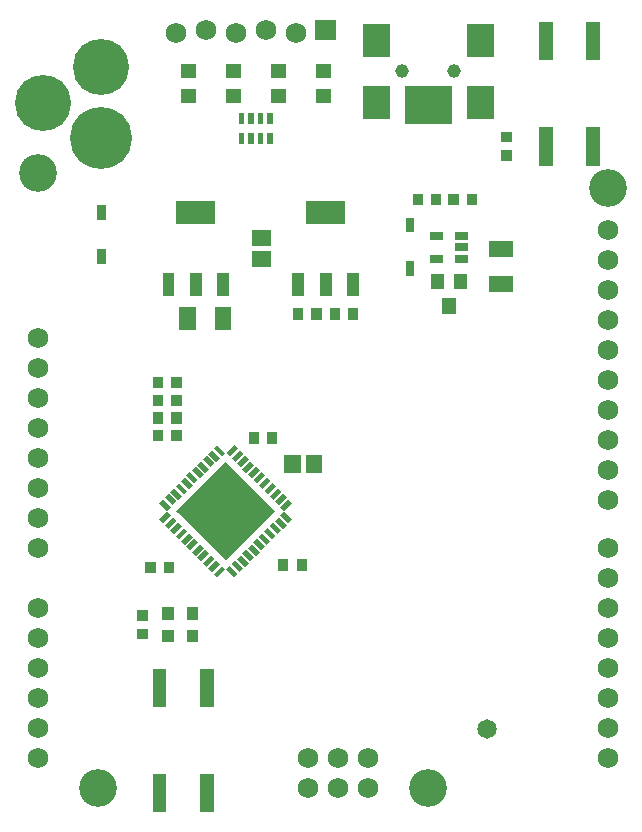
<source format=gbr>
G04 start of page 7 for group -4063 idx -4063 *
G04 Title: (unknown), componentmask *
G04 Creator: pcb 1.99z *
G04 CreationDate: Tue Apr 19 20:08:46 2016 UTC *
G04 For: matt *
G04 Format: Gerber/RS-274X *
G04 PCB-Dimensions (mil): 2500.00 3000.00 *
G04 PCB-Coordinate-Origin: lower left *
%MOIN*%
%FSLAX25Y25*%
%LNTOPMASK*%
%ADD77C,0.1261*%
%ADD76C,0.1261*%
%ADD75C,0.0001*%
%ADD74C,0.0454*%
%ADD73C,0.0650*%
%ADD72C,0.2068*%
%ADD71C,0.1871*%
%ADD70C,0.0690*%
G54D70*X30000Y80000D03*
Y70000D03*
Y60000D03*
Y50000D03*
Y40000D03*
Y30000D03*
Y170000D03*
G54D71*X31709Y248492D03*
X51000Y260500D03*
G54D72*Y236878D03*
G54D70*X30000Y160000D03*
Y150000D03*
Y140000D03*
Y130000D03*
Y120000D03*
Y110000D03*
Y100000D03*
X140000Y30000D03*
Y20000D03*
X130000Y30000D03*
Y20000D03*
X120000D03*
Y30000D03*
G54D73*X179740Y39886D03*
G54D70*X220000Y30000D03*
Y40000D03*
Y50000D03*
Y60000D03*
Y70000D03*
Y80000D03*
Y90000D03*
G54D74*X151339Y259311D03*
X168661D03*
G54D75*G36*
X122338Y276284D02*Y269385D01*
X129237D01*
Y276284D01*
X122338D01*
G37*
G54D70*X115787Y271835D03*
X105787Y272835D03*
X95787Y271835D03*
X85787Y272835D03*
X75787Y271835D03*
X220000Y100000D03*
Y116000D03*
Y126000D03*
Y136000D03*
Y146000D03*
Y156000D03*
Y166000D03*
Y176000D03*
Y186000D03*
Y196000D03*
Y206000D03*
G54D76*X160000Y20000D03*
X50000D03*
X220000Y220000D03*
G54D77*X30000Y225000D03*
G54D75*G36*
X181859Y254202D02*X172785D01*
Y243160D01*
X181859D01*
Y254202D01*
G37*
G36*
X164715Y241388D02*X167884Y241388D01*
X167884Y254203D01*
X164715Y254203D01*
X164715Y241388D01*
G37*
G36*
X164734Y254203D02*X161565D01*
Y241388D01*
X164734D01*
Y254203D01*
G37*
G36*
X181859Y274872D02*X172785D01*
Y263830D01*
X181859D01*
Y274872D01*
G37*
G36*
X217225Y275492D02*X212697D01*
Y262697D01*
X217225D01*
Y275492D01*
G37*
G36*
Y240453D02*X212697D01*
Y227657D01*
X217225D01*
Y240453D01*
G37*
G36*
X201477Y275492D02*X196949D01*
Y262697D01*
X201477D01*
Y275492D01*
G37*
G36*
Y240453D02*X196949D01*
Y227657D01*
X201477D01*
Y240453D01*
G37*
G36*
X184360Y232707D02*Y229301D01*
X188081D01*
Y232707D01*
X184360D01*
G37*
G36*
Y238809D02*Y235404D01*
X188081D01*
Y238809D01*
X184360D01*
G37*
G36*
X180354Y190847D02*Y185414D01*
X188150D01*
Y190847D01*
X180354D01*
G37*
G36*
Y202657D02*Y197224D01*
X188150D01*
Y202657D01*
X180354D01*
G37*
G36*
X160695Y205572D02*Y202972D01*
X164895D01*
Y205572D01*
X160695D01*
G37*
G36*
Y197772D02*Y195172D01*
X164895D01*
Y197772D01*
X160695D01*
G37*
G36*
X168895D02*Y195172D01*
X173095D01*
Y197772D01*
X168895D01*
G37*
G36*
Y201672D02*Y199072D01*
X173095D01*
Y201672D01*
X168895D01*
G37*
G36*
Y205572D02*Y202972D01*
X173095D01*
Y205572D01*
X168895D01*
G37*
G36*
X173080Y191598D02*X168578D01*
Y186495D01*
X173080D01*
Y191598D01*
G37*
G36*
X165280D02*X160778D01*
Y186495D01*
X165280D01*
Y191598D01*
G37*
G36*
X155413Y195709D02*X152461D01*
Y190787D01*
X155413D01*
Y195709D01*
G37*
G36*
Y210276D02*X152461D01*
Y205354D01*
X155413D01*
Y210276D01*
G37*
G36*
X169180Y183398D02*X164678D01*
Y178295D01*
X169180D01*
Y183398D01*
G37*
G36*
X164400Y218199D02*X160994D01*
Y214478D01*
X164400D01*
Y218199D01*
G37*
G36*
X158297D02*X154892D01*
Y214478D01*
X158297D01*
Y218199D01*
G37*
G36*
X176211D02*X172805D01*
Y214478D01*
X176211D01*
Y218199D01*
G37*
G36*
X170108D02*X166703D01*
Y214478D01*
X170108D01*
Y218199D01*
G37*
G36*
X75099Y80414D02*X71358D01*
Y76279D01*
X75099D01*
Y80414D01*
G37*
G36*
Y72933D02*X71358D01*
Y68799D01*
X75099D01*
Y72933D01*
G37*
G36*
X62904Y73258D02*Y69852D01*
X66624D01*
Y73258D01*
X62904D01*
G37*
G36*
Y79360D02*Y75955D01*
X66624D01*
Y79360D01*
X62904D01*
G37*
G36*
X83366Y80414D02*X79626D01*
Y76279D01*
X83366D01*
Y80414D01*
G37*
G36*
Y72933D02*X79626D01*
Y68799D01*
X83366D01*
Y72933D01*
G37*
G36*
X95702Y96080D02*X94445Y94823D01*
X97093Y92173D01*
X98351Y93431D01*
X95702Y96080D01*
G37*
G36*
X93892Y94270D02*X92635Y93013D01*
X95284Y90364D01*
X96541Y91621D01*
X93892Y94270D01*
G37*
G36*
X86649Y93431D02*X87907Y92173D01*
X90555Y94823D01*
X89298Y96080D01*
X86649Y93431D01*
G37*
G36*
X88459Y91621D02*X89716Y90364D01*
X92365Y93013D01*
X91108Y94270D01*
X88459Y91621D01*
G37*
G36*
X119518Y96348D02*X116112D01*
Y92628D01*
X119518D01*
Y96348D01*
G37*
G36*
X113415D02*X110010D01*
Y92628D01*
X113415D01*
Y96348D01*
G37*
G36*
X72736Y24902D02*X68208D01*
Y12106D01*
X72736D01*
Y24902D01*
G37*
G36*
Y59941D02*X68208D01*
Y47145D01*
X72736D01*
Y59941D01*
G37*
G36*
X88484Y24902D02*X83956D01*
Y12106D01*
X88484D01*
Y24902D01*
G37*
G36*
Y59941D02*X83956D01*
Y47145D01*
X88484D01*
Y59941D01*
G37*
G36*
X69124Y95561D02*X65718D01*
Y91841D01*
X69124D01*
Y95561D01*
G37*
G36*
X75226D02*X71821D01*
Y91841D01*
X75226D01*
Y95561D01*
G37*
G36*
X124567Y131279D02*X119134D01*
Y125060D01*
X124567D01*
Y131279D01*
G37*
G36*
X117481D02*X112048D01*
Y125060D01*
X117481D01*
Y131279D01*
G37*
G36*
X77785Y157175D02*X74380D01*
Y153455D01*
X77785D01*
Y157175D01*
G37*
G36*
X71683D02*X68278D01*
Y153455D01*
X71683D01*
Y157175D01*
G37*
G36*
Y151270D02*X68278D01*
Y147549D01*
X71683D01*
Y151270D01*
G37*
G36*
X77785D02*X74380D01*
Y147549D01*
X77785D01*
Y151270D01*
G37*
G36*
X71683Y145364D02*X68278D01*
Y141644D01*
X71683D01*
Y145364D01*
G37*
G36*
X77785D02*X74380D01*
Y141644D01*
X77785D01*
Y145364D01*
G37*
G36*
Y139459D02*X74380D01*
Y135738D01*
X77785D01*
Y139459D01*
G37*
G36*
X71683D02*X68278D01*
Y135738D01*
X71683D01*
Y139459D01*
G37*
G36*
X98064Y126558D02*X99321Y125301D01*
X101969Y127951D01*
X100712Y129208D01*
X98064Y126558D01*
G37*
G36*
X96254Y128368D02*X97512Y127111D01*
X100160Y129760D01*
X98903Y131017D01*
X96254Y128368D01*
G37*
G36*
X94445Y130177D02*X95702Y128920D01*
X98351Y131569D01*
X97093Y132827D01*
X94445Y130177D01*
G37*
G36*
X89716Y134636D02*X88459Y133379D01*
X91108Y130730D01*
X92365Y131987D01*
X89716Y134636D01*
G37*
G36*
X92635Y131987D02*X93892Y130730D01*
X96541Y133379D01*
X95284Y134636D01*
X92635Y131987D01*
G37*
G36*
X109675Y138671D02*X106270D01*
Y134951D01*
X109675D01*
Y138671D01*
G37*
G36*
X103573D02*X100167D01*
Y134951D01*
X103573D01*
Y138671D01*
G37*
G36*
X84288Y129208D02*X83031Y127951D01*
X85679Y125301D01*
X86936Y126558D01*
X84288Y129208D01*
G37*
G36*
X86097Y131017D02*X84840Y129760D01*
X87488Y127111D01*
X88746Y128368D01*
X86097Y131017D01*
G37*
G36*
X87907Y132827D02*X86649Y131569D01*
X89298Y128920D01*
X90555Y130177D01*
X87907Y132827D01*
G37*
G36*
X136831Y191772D02*X132854D01*
Y184094D01*
X136831D01*
Y191772D01*
G37*
G36*
X118721D02*X114744D01*
Y184094D01*
X118721D01*
Y191772D01*
G37*
G36*
X127776D02*X123799D01*
Y184094D01*
X127776D01*
Y191772D01*
G37*
G36*
X130541Y180010D02*X127136D01*
Y176289D01*
X130541D01*
Y180010D01*
G37*
G36*
X136644D02*X133238D01*
Y176289D01*
X136644D01*
Y180010D01*
G37*
G36*
X124439D02*X121033D01*
Y176289D01*
X124439D01*
Y180010D01*
G37*
G36*
X118337D02*X114931D01*
Y176289D01*
X118337D01*
Y180010D01*
G37*
G36*
X108368Y108746D02*X107111Y107488D01*
X109760Y104840D01*
X111017Y106097D01*
X108368Y108746D01*
G37*
G36*
X110177Y110555D02*X108920Y109298D01*
X111569Y106649D01*
X112827Y107907D01*
X110177Y110555D01*
G37*
G36*
X111987Y112365D02*X110730Y111108D01*
X113379Y108459D01*
X114636Y109716D01*
X111987Y112365D01*
G37*
G36*
X107111Y117512D02*X108368Y116254D01*
X111017Y118903D01*
X109760Y120160D01*
X107111Y117512D01*
G37*
G36*
X108920Y115702D02*X110177Y114445D01*
X112827Y117093D01*
X111569Y118351D01*
X108920Y115702D01*
G37*
G36*
X110730Y113892D02*X111987Y112635D01*
X114636Y115284D01*
X113379Y116541D01*
X110730Y113892D01*
G37*
G36*
X75240Y120160D02*X73983Y118903D01*
X76632Y116254D01*
X77889Y117512D01*
X75240Y120160D01*
G37*
G36*
X73431Y118351D02*X72173Y117093D01*
X74823Y114445D01*
X76080Y115702D01*
X73431Y118351D01*
G37*
G36*
X71621Y116541D02*X70364Y115284D01*
X73013Y112635D01*
X74270Y113892D01*
X71621Y116541D01*
G37*
G36*
X73983Y106097D02*X75240Y104840D01*
X77889Y107488D01*
X76632Y108746D01*
X73983Y106097D01*
G37*
G36*
X72173Y107907D02*X73431Y106649D01*
X76080Y109298D01*
X74823Y110555D01*
X72173Y107907D01*
G37*
G36*
X70364Y109716D02*X71621Y108459D01*
X74270Y111108D01*
X73013Y112365D01*
X70364Y109716D01*
G37*
G36*
X101683Y122940D02*X102940Y121683D01*
X105589Y124331D01*
X104331Y125589D01*
X101683Y122940D01*
G37*
G36*
X80669Y125589D02*X79411Y124331D01*
X82060Y121683D01*
X83317Y122940D01*
X80669Y125589D01*
G37*
G36*
X92500Y128936D02*X91812Y128248D01*
X108248Y111812D01*
X108936Y112500D01*
X92500Y128936D01*
G37*
G36*
X103492Y121130D02*X104749Y119873D01*
X107398Y122521D01*
X106141Y123779D01*
X103492Y121130D01*
G37*
G36*
X99873Y124749D02*X101130Y123492D01*
X103779Y126141D01*
X102521Y127398D01*
X99873Y124749D01*
G37*
G36*
X76064Y112500D02*X76752Y111812D01*
X93188Y128248D01*
X92500Y128936D01*
X76064Y112500D01*
G37*
G36*
X76104D02*X80689Y107915D01*
X97085Y124311D01*
X92500Y128896D01*
X76104Y112500D01*
G37*
G36*
X78859Y123779D02*X77602Y122521D01*
X80251Y119873D01*
X81508Y121130D01*
X78859Y123779D01*
G37*
G36*
X82479Y127398D02*X81221Y126141D01*
X83870Y123492D01*
X85127Y124749D01*
X82479Y127398D01*
G37*
G36*
X99321Y99699D02*X98064Y98442D01*
X100712Y95792D01*
X101969Y97049D01*
X99321Y99699D01*
G37*
G36*
X97512Y97889D02*X96254Y96632D01*
X98903Y93983D01*
X100160Y95240D01*
X97512Y97889D01*
G37*
G36*
X83031Y97049D02*X84288Y95792D01*
X86936Y98442D01*
X85679Y99699D01*
X83031Y97049D01*
G37*
G36*
X84840Y95240D02*X86097Y93983D01*
X88746Y96632D01*
X87488Y97889D01*
X84840Y95240D01*
G37*
G36*
X102940Y103317D02*X101683Y102060D01*
X104331Y99411D01*
X105589Y100669D01*
X102940Y103317D01*
G37*
G36*
X91812Y96752D02*X92500Y96064D01*
X108936Y112500D01*
X108248Y113188D01*
X91812Y96752D01*
G37*
G36*
X81172Y108563D02*X84626Y105109D01*
X99891Y120374D01*
X96437Y123828D01*
X81172Y108563D01*
G37*
G36*
X83965Y104626D02*X88563Y100028D01*
X104972Y116437D01*
X100374Y121035D01*
X83965Y104626D01*
G37*
G36*
X89046Y100689D02*X92500Y97235D01*
X107765Y112500D01*
X104311Y115954D01*
X89046Y100689D01*
G37*
G36*
X101130Y101508D02*X99873Y100251D01*
X102521Y97602D01*
X103779Y98859D01*
X101130Y101508D01*
G37*
G36*
X104749Y105127D02*X103492Y103870D01*
X106141Y101221D01*
X107398Y102479D01*
X104749Y105127D01*
G37*
G36*
X106558Y106936D02*X105301Y105679D01*
X107951Y103031D01*
X109208Y104288D01*
X106558Y106936D01*
G37*
G36*
X105301Y119321D02*X106558Y118064D01*
X109208Y120712D01*
X107951Y121969D01*
X105301Y119321D01*
G37*
G36*
X77049Y121969D02*X75792Y120712D01*
X78442Y118064D01*
X79699Y119321D01*
X77049Y121969D01*
G37*
G36*
X76752Y113188D02*X76064Y112500D01*
X92500Y96064D01*
X93188Y96752D01*
X76752Y113188D01*
G37*
G36*
X79411Y100669D02*X80669Y99411D01*
X83317Y102060D01*
X82060Y103317D01*
X79411Y100669D01*
G37*
G36*
X77602Y102479D02*X78859Y101221D01*
X81508Y103870D01*
X80251Y105127D01*
X77602Y102479D01*
G37*
G36*
X81221Y98859D02*X82479Y97602D01*
X85127Y100251D01*
X83870Y101508D01*
X81221Y98859D01*
G37*
G36*
X75792Y104288D02*X77049Y103031D01*
X79699Y105679D01*
X78442Y106936D01*
X75792Y104288D01*
G37*
G36*
X147215Y254202D02*X138141D01*
Y243160D01*
X147215D01*
Y254202D01*
G37*
G36*
X161584Y254203D02*X158415Y254203D01*
X158416Y241388D01*
X161585Y241388D01*
X161584Y254203D01*
G37*
G36*
X158434Y254203D02*X155265Y254203D01*
X155266Y241388D01*
X158435Y241388D01*
X158434Y254203D01*
G37*
G36*
X155284Y254203D02*X152115Y254203D01*
X152116Y241388D01*
X155285Y241388D01*
X155284Y254203D01*
G37*
G36*
X147215Y274872D02*X138141D01*
Y263830D01*
X147215D01*
Y274872D01*
G37*
G36*
X119271Y215788D02*Y208110D01*
X132303D01*
Y215788D01*
X119271D01*
G37*
G36*
X122539Y261595D02*Y256673D01*
X127461D01*
Y261595D01*
X122539D01*
G37*
G36*
Y253327D02*Y248405D01*
X127461D01*
Y253327D01*
X122539D01*
G37*
G36*
X98662Y238524D02*X96890D01*
Y234783D01*
X98662D01*
Y238524D01*
G37*
G36*
X101811D02*X100039D01*
Y234783D01*
X101811D01*
Y238524D01*
G37*
G36*
X104961D02*X103189D01*
Y234783D01*
X104961D01*
Y238524D01*
G37*
G36*
X108110D02*X106338D01*
Y234783D01*
X108110D01*
Y238524D01*
G37*
G36*
Y245217D02*X106338D01*
Y241476D01*
X108110D01*
Y245217D01*
G37*
G36*
X104961D02*X103189D01*
Y241476D01*
X104961D01*
Y245217D01*
G37*
G36*
X101811D02*X100039D01*
Y241476D01*
X101811D01*
Y245217D01*
G37*
G36*
X98662D02*X96890D01*
Y241476D01*
X98662D01*
Y245217D01*
G37*
G36*
X77539Y261595D02*Y256673D01*
X82461D01*
Y261595D01*
X77539D01*
G37*
G36*
Y253327D02*Y248405D01*
X82461D01*
Y253327D01*
X77539D01*
G37*
G36*
X92539Y261595D02*Y256673D01*
X97461D01*
Y261595D01*
X92539D01*
G37*
G36*
Y253327D02*Y248405D01*
X97461D01*
Y253327D01*
X92539D01*
G37*
G36*
X107539Y261595D02*Y256673D01*
X112461D01*
Y261595D01*
X107539D01*
G37*
G36*
Y253327D02*Y248405D01*
X112461D01*
Y253327D01*
X107539D01*
G37*
G36*
X52421Y199843D02*X49469D01*
Y194921D01*
X52421D01*
Y199843D01*
G37*
G36*
Y214409D02*X49469D01*
Y209488D01*
X52421D01*
Y214409D01*
G37*
G36*
X82442Y180610D02*X77009D01*
Y172815D01*
X82442D01*
Y180610D01*
G37*
G36*
X75964Y215788D02*Y208110D01*
X88996D01*
Y215788D01*
X75964D01*
G37*
G36*
X75414Y191772D02*X71437D01*
Y184094D01*
X75414D01*
Y191772D01*
G37*
G36*
X84469D02*X80492D01*
Y184094D01*
X84469D01*
Y191772D01*
G37*
G36*
X101221Y199114D02*Y193681D01*
X107440D01*
Y199114D01*
X101221D01*
G37*
G36*
Y206200D02*Y200767D01*
X107440D01*
Y206200D01*
X101221D01*
G37*
G36*
X94252Y180610D02*X88819D01*
Y172815D01*
X94252D01*
Y180610D01*
G37*
G36*
X93524Y191772D02*X89547D01*
Y184094D01*
X93524D01*
Y191772D01*
G37*
M02*

</source>
